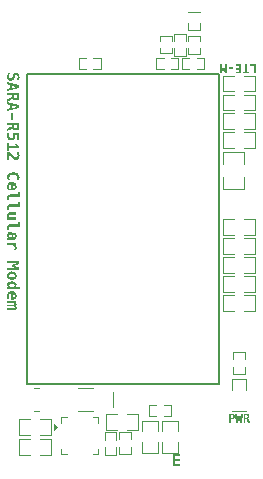
<source format=gbr>
%TF.GenerationSoftware,KiCad,Pcbnew,8.0.8+1*%
%TF.CreationDate,2025-01-22T08:35:02-05:00*%
%TF.ProjectId,cellularBoard,63656c6c-756c-4617-9242-6f6172642e6b,rev?*%
%TF.SameCoordinates,Original*%
%TF.FileFunction,Legend,Top*%
%TF.FilePolarity,Positive*%
%FSLAX46Y46*%
G04 Gerber Fmt 4.6, Leading zero omitted, Abs format (unit mm)*
G04 Created by KiCad (PCBNEW 8.0.8+1) date 2025-01-22 08:35:02*
%MOMM*%
%LPD*%
G01*
G04 APERTURE LIST*
%ADD10C,0.150000*%
%ADD11C,0.200000*%
%ADD12C,0.120000*%
%ADD13C,0.100000*%
%ADD14C,0.152400*%
G04 APERTURE END LIST*
D10*
G36*
X150713625Y-83639537D02*
G01*
X150562499Y-83639537D01*
X150562499Y-83006460D01*
X150239000Y-83006460D01*
X150239000Y-82877500D01*
X150713625Y-82877500D01*
X150713625Y-83639537D01*
G37*
G36*
X149956899Y-83510577D02*
G01*
X150151256Y-83510577D01*
X150151256Y-83639537D01*
X149611418Y-83639537D01*
X149611418Y-83510577D01*
X149805774Y-83510577D01*
X149805774Y-82877500D01*
X149956899Y-82877500D01*
X149956899Y-83510577D01*
G37*
G36*
X149479710Y-83639537D02*
G01*
X149002887Y-83639537D01*
X149002887Y-83510577D01*
X149328401Y-83510577D01*
X149328401Y-83346446D01*
X149033661Y-83346446D01*
X149033661Y-83217486D01*
X149328401Y-83217486D01*
X149328401Y-83006460D01*
X149002887Y-83006460D01*
X149002887Y-82877500D01*
X149479710Y-82877500D01*
X149479710Y-83639537D01*
G37*
G36*
X148820804Y-83264380D02*
G01*
X148415422Y-83264380D01*
X148415422Y-83111973D01*
X148820804Y-83111973D01*
X148820804Y-83264380D01*
G37*
G36*
X148258435Y-83639537D02*
G01*
X148078000Y-83639537D01*
X147986775Y-83303032D01*
X147896100Y-83639537D01*
X147714567Y-83639537D01*
X147714567Y-82877500D01*
X147844809Y-82877500D01*
X147844809Y-83483283D01*
X147925776Y-83154837D01*
X148046310Y-83154837D01*
X148128192Y-83483283D01*
X148128192Y-82877500D01*
X148258435Y-82877500D01*
X148258435Y-83639537D01*
G37*
D11*
G36*
X143693720Y-115898949D02*
G01*
X144329484Y-115898949D01*
X144329484Y-116070896D01*
X143895464Y-116070896D01*
X143895464Y-116289738D01*
X144288451Y-116289738D01*
X144288451Y-116461685D01*
X143895464Y-116461685D01*
X143895464Y-116743053D01*
X144329484Y-116743053D01*
X144329484Y-116915000D01*
X143693720Y-116915000D01*
X143693720Y-115898949D01*
G37*
D10*
G36*
X148683414Y-112450082D02*
G01*
X148727201Y-112453617D01*
X148766712Y-112459871D01*
X148808482Y-112470965D01*
X148844095Y-112485974D01*
X148873551Y-112504899D01*
X148900460Y-112532468D01*
X148920760Y-112566769D01*
X148932900Y-112601528D01*
X148940183Y-112641232D01*
X148942544Y-112678098D01*
X148942611Y-112685883D01*
X148940925Y-112723291D01*
X148934451Y-112763717D01*
X148923121Y-112799274D01*
X148903765Y-112834604D01*
X148877800Y-112863308D01*
X148873551Y-112866867D01*
X148838587Y-112888566D01*
X148801948Y-112902922D01*
X148759152Y-112913364D01*
X148718785Y-112919074D01*
X148674144Y-112922065D01*
X148645307Y-112922554D01*
X148588886Y-112922554D01*
X148588886Y-113211250D01*
X148437761Y-113211250D01*
X148437761Y-112800922D01*
X148588886Y-112800922D01*
X148650985Y-112800922D01*
X148689550Y-112798893D01*
X148726963Y-112790904D01*
X148755582Y-112775276D01*
X148776882Y-112742770D01*
X148784533Y-112704826D01*
X148785258Y-112685883D01*
X148781751Y-112646663D01*
X148768565Y-112611866D01*
X148755582Y-112596673D01*
X148720956Y-112579017D01*
X148681598Y-112572081D01*
X148650985Y-112570845D01*
X148588886Y-112570845D01*
X148588886Y-112800922D01*
X148437761Y-112800922D01*
X148437761Y-112449212D01*
X148645307Y-112449212D01*
X148683414Y-112450082D01*
G37*
G36*
X148984194Y-112449212D02*
G01*
X149116451Y-112449212D01*
X149171406Y-113005170D01*
X149237534Y-112636790D01*
X149363014Y-112636790D01*
X149439951Y-113005170D01*
X149482998Y-112449212D01*
X149616355Y-112449212D01*
X149528244Y-113211250D01*
X149387194Y-113211250D01*
X149300000Y-112804219D01*
X149218483Y-113211250D01*
X149078532Y-113211250D01*
X148984194Y-112449212D01*
G37*
G36*
X149946594Y-112450477D02*
G01*
X149986642Y-112454274D01*
X150029339Y-112462172D01*
X150066189Y-112473715D01*
X150101789Y-112491788D01*
X150114610Y-112501052D01*
X150141344Y-112529061D01*
X150159687Y-112561739D01*
X150162787Y-112569562D01*
X150173106Y-112606239D01*
X150177962Y-112643904D01*
X150178724Y-112667565D01*
X150176631Y-112705054D01*
X150169199Y-112741021D01*
X150154488Y-112774677D01*
X150140256Y-112794877D01*
X150112344Y-112820658D01*
X150094827Y-112831330D01*
X150058935Y-112844762D01*
X150029614Y-112850381D01*
X150062925Y-112865850D01*
X150068998Y-112871447D01*
X150086584Y-112894894D01*
X150104769Y-112927080D01*
X150109481Y-112936293D01*
X150247967Y-113211250D01*
X150081821Y-113211250D01*
X149989497Y-113016527D01*
X149978872Y-112993812D01*
X149961159Y-112961455D01*
X149938942Y-112932088D01*
X149934726Y-112927867D01*
X149902471Y-112908967D01*
X149883435Y-112906434D01*
X149835258Y-112906434D01*
X149835258Y-113211250D01*
X149683949Y-113211250D01*
X149683949Y-112784801D01*
X149835258Y-112784801D01*
X149906516Y-112784801D01*
X149945239Y-112781814D01*
X149980120Y-112770582D01*
X149995725Y-112759522D01*
X150015143Y-112728565D01*
X150021945Y-112690846D01*
X150022287Y-112677640D01*
X150018551Y-112638966D01*
X150003377Y-112603953D01*
X149995725Y-112595574D01*
X149962621Y-112577824D01*
X149925067Y-112571449D01*
X149906516Y-112570845D01*
X149835258Y-112570845D01*
X149835258Y-112784801D01*
X149683949Y-112784801D01*
X149683949Y-112449212D01*
X149902486Y-112449212D01*
X149946594Y-112450477D01*
G37*
G36*
X129669368Y-83897871D02*
G01*
X129670894Y-83847343D01*
X129673276Y-83817759D01*
X129680260Y-83769121D01*
X129686465Y-83739846D01*
X129699230Y-83691436D01*
X129715240Y-83645126D01*
X129736597Y-83596608D01*
X129738733Y-83592323D01*
X129944385Y-83592323D01*
X129914555Y-83637590D01*
X129889362Y-83681891D01*
X129866808Y-83729981D01*
X129859389Y-83748883D01*
X129844706Y-83796138D01*
X129834835Y-83846907D01*
X129831545Y-83896406D01*
X129836319Y-83948120D01*
X129853957Y-83996560D01*
X129865495Y-84013398D01*
X129905856Y-84044173D01*
X129955340Y-84054391D01*
X129959040Y-84054431D01*
X130007469Y-84045775D01*
X130039152Y-84027076D01*
X130069926Y-83992393D01*
X130092641Y-83947697D01*
X130130010Y-83848534D01*
X130148657Y-83802228D01*
X130169225Y-83757518D01*
X130189849Y-83719330D01*
X130218457Y-83677191D01*
X130251399Y-83642149D01*
X130294575Y-83613684D01*
X130341224Y-83597080D01*
X130395254Y-83589015D01*
X130421636Y-83588171D01*
X130471439Y-83591297D01*
X130524159Y-83602844D01*
X130571082Y-83622899D01*
X130612208Y-83651463D01*
X130638035Y-83677076D01*
X130668679Y-83719354D01*
X130691797Y-83767756D01*
X130707388Y-83822283D01*
X130714761Y-83873895D01*
X130716681Y-83920341D01*
X130714979Y-83971380D01*
X130709870Y-84020053D01*
X130702271Y-84062247D01*
X130688784Y-84112736D01*
X130671714Y-84160829D01*
X130654399Y-84201465D01*
X130461203Y-84201465D01*
X130488082Y-84160342D01*
X130514323Y-84110837D01*
X130534003Y-84061160D01*
X130547124Y-84011312D01*
X130553684Y-83961292D01*
X130554504Y-83936217D01*
X130550417Y-83885831D01*
X130533812Y-83837241D01*
X130525439Y-83824598D01*
X130484816Y-83793197D01*
X130442641Y-83785764D01*
X130393604Y-83798070D01*
X130372787Y-83814340D01*
X130344944Y-83855129D01*
X130324247Y-83900810D01*
X130311727Y-83932798D01*
X130279242Y-84019504D01*
X130257975Y-84070501D01*
X130234136Y-84115140D01*
X130203743Y-84158371D01*
X130165536Y-84197080D01*
X130161029Y-84200732D01*
X130116138Y-84228832D01*
X130064446Y-84247736D01*
X130012789Y-84256818D01*
X129970519Y-84258862D01*
X129916910Y-84255642D01*
X129868556Y-84245982D01*
X129818784Y-84226573D01*
X129776165Y-84198398D01*
X129745327Y-84167271D01*
X129715730Y-84123074D01*
X129693402Y-84070626D01*
X129680050Y-84019103D01*
X129672038Y-83961518D01*
X129669442Y-83908900D01*
X129669368Y-83897871D01*
G37*
G36*
X130701050Y-84640125D02*
G01*
X130701050Y-84887055D01*
X129685000Y-85162561D01*
X129685000Y-84960816D01*
X129935104Y-84897801D01*
X129935104Y-84858967D01*
X130097281Y-84858967D01*
X130513715Y-84763224D01*
X130097281Y-84668213D01*
X130097281Y-84858967D01*
X129935104Y-84858967D01*
X129935104Y-84627913D01*
X129685000Y-84566364D01*
X129685000Y-84364619D01*
X130701050Y-84640125D01*
G37*
G36*
X130701050Y-85566538D02*
G01*
X130699362Y-85625350D01*
X130694300Y-85678747D01*
X130683770Y-85735676D01*
X130668379Y-85784809D01*
X130644282Y-85832277D01*
X130631929Y-85849371D01*
X130594584Y-85885017D01*
X130551014Y-85909474D01*
X130540582Y-85913607D01*
X130491680Y-85927365D01*
X130441460Y-85933840D01*
X130409912Y-85934856D01*
X130359927Y-85932066D01*
X130311971Y-85922156D01*
X130267097Y-85902542D01*
X130240163Y-85883565D01*
X130205788Y-85846349D01*
X130191559Y-85822993D01*
X130173649Y-85775137D01*
X130166158Y-85736043D01*
X130145532Y-85780458D01*
X130138070Y-85788555D01*
X130106807Y-85812002D01*
X130063893Y-85836250D01*
X130051608Y-85842533D01*
X129685000Y-86027180D01*
X129685000Y-85805652D01*
X129944630Y-85682554D01*
X129974916Y-85668387D01*
X130018059Y-85644769D01*
X130057215Y-85615147D01*
X130062843Y-85609525D01*
X130084883Y-85571912D01*
X130253597Y-85571912D01*
X130257580Y-85623543D01*
X130272556Y-85670051D01*
X130287302Y-85690858D01*
X130328579Y-85716748D01*
X130378871Y-85725817D01*
X130396479Y-85726273D01*
X130448045Y-85721293D01*
X130494728Y-85701060D01*
X130505900Y-85690858D01*
X130529567Y-85646719D01*
X130538067Y-85596647D01*
X130538872Y-85571912D01*
X130538872Y-85476901D01*
X130253597Y-85476901D01*
X130253597Y-85571912D01*
X130084883Y-85571912D01*
X130088043Y-85566519D01*
X130091420Y-85541137D01*
X130091420Y-85476901D01*
X129685000Y-85476901D01*
X129685000Y-85275157D01*
X130701050Y-85275157D01*
X130701050Y-85566538D01*
G37*
G36*
X130701050Y-86324424D02*
G01*
X130701050Y-86571353D01*
X129685000Y-86846859D01*
X129685000Y-86645115D01*
X129935104Y-86582100D01*
X129935104Y-86543265D01*
X130097281Y-86543265D01*
X130513715Y-86447522D01*
X130097281Y-86352512D01*
X130097281Y-86543265D01*
X129935104Y-86543265D01*
X129935104Y-86312212D01*
X129685000Y-86250662D01*
X129685000Y-86048918D01*
X130701050Y-86324424D01*
G37*
G36*
X130200840Y-87019783D02*
G01*
X130200840Y-87560293D01*
X129997630Y-87560293D01*
X129997630Y-87019783D01*
X130200840Y-87019783D01*
G37*
G36*
X130701050Y-88092986D02*
G01*
X130699362Y-88151798D01*
X130694300Y-88205195D01*
X130683770Y-88262124D01*
X130668379Y-88311257D01*
X130644282Y-88358725D01*
X130631929Y-88375819D01*
X130594584Y-88411465D01*
X130551014Y-88435922D01*
X130540582Y-88440055D01*
X130491680Y-88453813D01*
X130441460Y-88460288D01*
X130409912Y-88461304D01*
X130359927Y-88458514D01*
X130311971Y-88448604D01*
X130267097Y-88428990D01*
X130240163Y-88410013D01*
X130205788Y-88372797D01*
X130191559Y-88349441D01*
X130173649Y-88301585D01*
X130166158Y-88262491D01*
X130145532Y-88306906D01*
X130138070Y-88315003D01*
X130106807Y-88338450D01*
X130063893Y-88362698D01*
X130051608Y-88368981D01*
X129685000Y-88553628D01*
X129685000Y-88332100D01*
X129944630Y-88209002D01*
X129974916Y-88194836D01*
X130018059Y-88171217D01*
X130057215Y-88141595D01*
X130062843Y-88135973D01*
X130084883Y-88098360D01*
X130253597Y-88098360D01*
X130257580Y-88149991D01*
X130272556Y-88196499D01*
X130287302Y-88217306D01*
X130328579Y-88243196D01*
X130378871Y-88252265D01*
X130396479Y-88252721D01*
X130448045Y-88247741D01*
X130494728Y-88227508D01*
X130505900Y-88217306D01*
X130529567Y-88173167D01*
X130538067Y-88123095D01*
X130538872Y-88098360D01*
X130538872Y-88003349D01*
X130253597Y-88003349D01*
X130253597Y-88098360D01*
X130084883Y-88098360D01*
X130088043Y-88092967D01*
X130091420Y-88067585D01*
X130091420Y-88003349D01*
X129685000Y-88003349D01*
X129685000Y-87801605D01*
X130701050Y-87801605D01*
X130701050Y-88092986D01*
G37*
G36*
X129669368Y-88917306D02*
G01*
X129671142Y-88866702D01*
X129672055Y-88854291D01*
X129677367Y-88804099D01*
X129679870Y-88787369D01*
X129688758Y-88737962D01*
X129693060Y-88718492D01*
X129705529Y-88669492D01*
X129710889Y-88650593D01*
X129888210Y-88650593D01*
X129867828Y-88696591D01*
X129863297Y-88708722D01*
X129848947Y-88755916D01*
X129845956Y-88767585D01*
X129836105Y-88818602D01*
X129831897Y-88867398D01*
X129831545Y-88886531D01*
X129834476Y-88937456D01*
X129844780Y-88986572D01*
X129867449Y-89034848D01*
X129878440Y-89049197D01*
X129919530Y-89082983D01*
X129966308Y-89100254D01*
X130011064Y-89104640D01*
X130062703Y-89099393D01*
X130110084Y-89081499D01*
X130147595Y-89050907D01*
X130174572Y-89008857D01*
X130189380Y-88961764D01*
X130194793Y-88912161D01*
X130194979Y-88900209D01*
X130191770Y-88850853D01*
X130191559Y-88849162D01*
X130181951Y-88800065D01*
X130180568Y-88794940D01*
X130164488Y-88746846D01*
X130160785Y-88737787D01*
X130139893Y-88692392D01*
X130135872Y-88684787D01*
X130701050Y-88684787D01*
X130701050Y-89239218D01*
X130529103Y-89239218D01*
X130529103Y-88848185D01*
X130339570Y-88848185D01*
X130347142Y-88869923D01*
X130354958Y-88900942D01*
X130357156Y-88930251D01*
X130357156Y-88961758D01*
X130353755Y-89014743D01*
X130343555Y-89065256D01*
X130332976Y-89097557D01*
X130311750Y-89142826D01*
X130281778Y-89186131D01*
X130262634Y-89206978D01*
X130223254Y-89239830D01*
X130177748Y-89266152D01*
X130154678Y-89276099D01*
X130105139Y-89291131D01*
X130056047Y-89298816D01*
X130013262Y-89300767D01*
X129955740Y-89297221D01*
X129902975Y-89286582D01*
X129854967Y-89268850D01*
X129811716Y-89244026D01*
X129773222Y-89212110D01*
X129761448Y-89199895D01*
X129730155Y-89159226D01*
X129705337Y-89112872D01*
X129686993Y-89060834D01*
X129675123Y-89003111D01*
X129670177Y-88950667D01*
X129669368Y-88917306D01*
G37*
G36*
X129856946Y-89523517D02*
G01*
X129856946Y-89749197D01*
X130490024Y-89749197D01*
X130324427Y-89596057D01*
X130423834Y-89500314D01*
X130701050Y-89750418D01*
X130701050Y-89945324D01*
X129856946Y-89945324D01*
X129856946Y-90171004D01*
X129685000Y-90171004D01*
X129685000Y-89523517D01*
X129856946Y-89523517D01*
G37*
G36*
X129830812Y-90315840D02*
G01*
X129872578Y-90332937D01*
X129969787Y-90425261D01*
X130008179Y-90461455D01*
X130046224Y-90497319D01*
X130082107Y-90531141D01*
X130097526Y-90545673D01*
X130134698Y-90580802D01*
X130171775Y-90615526D01*
X130209052Y-90649742D01*
X130222334Y-90661688D01*
X130259874Y-90693267D01*
X130275334Y-90705408D01*
X130317970Y-90732469D01*
X130324183Y-90735450D01*
X130369979Y-90752486D01*
X130415530Y-90758164D01*
X130466881Y-90750170D01*
X130510176Y-90723863D01*
X130517379Y-90716399D01*
X130542757Y-90673449D01*
X130553598Y-90622098D01*
X130554504Y-90599406D01*
X130550156Y-90548376D01*
X130538333Y-90498395D01*
X130531789Y-90478506D01*
X130513361Y-90431689D01*
X130503457Y-90409874D01*
X130480311Y-90365147D01*
X130464134Y-90337578D01*
X130659773Y-90337578D01*
X130676527Y-90384841D01*
X130685907Y-90415491D01*
X130698832Y-90464442D01*
X130702515Y-90481193D01*
X130711148Y-90533400D01*
X130715796Y-90584508D01*
X130716681Y-90617969D01*
X130714546Y-90668000D01*
X130707344Y-90719881D01*
X130698607Y-90756943D01*
X130682132Y-90803219D01*
X130657695Y-90848236D01*
X130641699Y-90870272D01*
X130604833Y-90906965D01*
X130561099Y-90935072D01*
X130554748Y-90938171D01*
X130506296Y-90954867D01*
X130454523Y-90961999D01*
X130432871Y-90962595D01*
X130380865Y-90958087D01*
X130333100Y-90945746D01*
X130322962Y-90942079D01*
X130278036Y-90920452D01*
X130234485Y-90893673D01*
X130206214Y-90872958D01*
X130167290Y-90839075D01*
X130128789Y-90803105D01*
X130091553Y-90767231D01*
X130054905Y-90731225D01*
X130017658Y-90694192D01*
X129997386Y-90673900D01*
X129960900Y-90636884D01*
X129926446Y-90598939D01*
X129923381Y-90595254D01*
X129892534Y-90555912D01*
X129887477Y-90548848D01*
X129856946Y-90513433D01*
X129856946Y-90963817D01*
X129685000Y-90963817D01*
X129685000Y-90315840D01*
X129830812Y-90315840D01*
G37*
G36*
X129669368Y-92440265D02*
G01*
X129671471Y-92390645D01*
X129680013Y-92332807D01*
X129695127Y-92279620D01*
X129716812Y-92231084D01*
X129745068Y-92187199D01*
X129779895Y-92147965D01*
X129803946Y-92126657D01*
X129849116Y-92095345D01*
X129900059Y-92069341D01*
X129956774Y-92048643D01*
X130006302Y-92035907D01*
X130059524Y-92026566D01*
X130116440Y-92020622D01*
X130177051Y-92018075D01*
X130192780Y-92017969D01*
X130254589Y-92019667D01*
X130312643Y-92024762D01*
X130366941Y-92033253D01*
X130417484Y-92045141D01*
X130464272Y-92060425D01*
X130517475Y-92084307D01*
X130564812Y-92113495D01*
X130582103Y-92126657D01*
X130620873Y-92163100D01*
X130653072Y-92204194D01*
X130678700Y-92249940D01*
X130697756Y-92300336D01*
X130710242Y-92355384D01*
X130716156Y-92415083D01*
X130716681Y-92440265D01*
X130714204Y-92491195D01*
X130706770Y-92539694D01*
X130703736Y-92553105D01*
X130688581Y-92601573D01*
X130667844Y-92647143D01*
X130664658Y-92653000D01*
X130431161Y-92653000D01*
X130465342Y-92615343D01*
X130478545Y-92597801D01*
X130503916Y-92555981D01*
X130505900Y-92551884D01*
X130522418Y-92505519D01*
X130523485Y-92500837D01*
X130529097Y-92452110D01*
X130529103Y-92450523D01*
X130523821Y-92399110D01*
X130505252Y-92349153D01*
X130473314Y-92307542D01*
X130444595Y-92284438D01*
X130396525Y-92259647D01*
X130346324Y-92243766D01*
X130297248Y-92234469D01*
X130242591Y-92229157D01*
X130192780Y-92227773D01*
X130142800Y-92229157D01*
X130088097Y-92234469D01*
X130039148Y-92243766D01*
X129989311Y-92259647D01*
X129941943Y-92284438D01*
X129900856Y-92320485D01*
X129873215Y-92364878D01*
X129859022Y-92417617D01*
X129856946Y-92450523D01*
X129861669Y-92499177D01*
X129875837Y-92546221D01*
X129878440Y-92552372D01*
X129901967Y-92596822D01*
X129903841Y-92599755D01*
X129933847Y-92640351D01*
X129944385Y-92653000D01*
X129719682Y-92653000D01*
X129698888Y-92607047D01*
X129683675Y-92558948D01*
X129682069Y-92552372D01*
X129672952Y-92501951D01*
X129669480Y-92451501D01*
X129669368Y-92440265D01*
G37*
G36*
X130115443Y-92821840D02*
G01*
X130164098Y-92827906D01*
X130216068Y-92839790D01*
X130264161Y-92856955D01*
X130275579Y-92862072D01*
X130318352Y-92885932D01*
X130360413Y-92919014D01*
X130396061Y-92958704D01*
X130416263Y-92988834D01*
X130438275Y-93033744D01*
X130453998Y-93083967D01*
X130462597Y-93132269D01*
X130466380Y-93184639D01*
X130466577Y-93200348D01*
X130463524Y-93250968D01*
X130452790Y-93303681D01*
X130434329Y-93351913D01*
X130417728Y-93381577D01*
X130387237Y-93421973D01*
X130350718Y-93456882D01*
X130308171Y-93486304D01*
X130281929Y-93500279D01*
X130236668Y-93518658D01*
X130187834Y-93531786D01*
X130135429Y-93539663D01*
X130086644Y-93542247D01*
X130079452Y-93542288D01*
X129997630Y-93542288D01*
X129997630Y-93340544D01*
X130153946Y-93340544D01*
X130204550Y-93335048D01*
X130250738Y-93314746D01*
X130266297Y-93301465D01*
X130293646Y-93257652D01*
X130303804Y-93207699D01*
X130304399Y-93190090D01*
X130298904Y-93139269D01*
X130278601Y-93091350D01*
X130265321Y-93074563D01*
X130224769Y-93044730D01*
X130175727Y-93028665D01*
X130153946Y-93025471D01*
X130153946Y-93340544D01*
X129997630Y-93340544D01*
X129997630Y-93023517D01*
X129941187Y-93030867D01*
X129896422Y-93052917D01*
X129863335Y-93089668D01*
X129841926Y-93141120D01*
X129833005Y-93195225D01*
X129831545Y-93232588D01*
X129834224Y-93284240D01*
X129842261Y-93336063D01*
X129855657Y-93388059D01*
X129874410Y-93440225D01*
X129898521Y-93492564D01*
X129907749Y-93510048D01*
X129727498Y-93510048D01*
X129707743Y-93457466D01*
X129692075Y-93404318D01*
X129680494Y-93350603D01*
X129673001Y-93296321D01*
X129669595Y-93241472D01*
X129669368Y-93223063D01*
X129671843Y-93163629D01*
X129679266Y-93108822D01*
X129691640Y-93058643D01*
X129713020Y-93004535D01*
X129741528Y-92957091D01*
X129770729Y-92922644D01*
X129811916Y-92887699D01*
X129859458Y-92859985D01*
X129913353Y-92839500D01*
X129963120Y-92827952D01*
X130017300Y-92821425D01*
X130063820Y-92819818D01*
X130115443Y-92821840D01*
G37*
G36*
X129685000Y-94144347D02*
G01*
X129687584Y-94093840D01*
X129697133Y-94041992D01*
X129716661Y-93992067D01*
X129745378Y-93952095D01*
X129758517Y-93939672D01*
X129801213Y-93912316D01*
X129848115Y-93894792D01*
X129903922Y-93883251D01*
X129958845Y-93878122D01*
X129999096Y-93877145D01*
X130585767Y-93877145D01*
X130585767Y-93674180D01*
X130747944Y-93674180D01*
X130747944Y-94077424D01*
X130010087Y-94077424D01*
X129960174Y-94080191D01*
X129909908Y-94092061D01*
X129884790Y-94105757D01*
X129855441Y-94146613D01*
X129847213Y-94196408D01*
X129847177Y-94200523D01*
X129847177Y-94360502D01*
X129685000Y-94360502D01*
X129685000Y-94144347D01*
G37*
G36*
X129685000Y-94986496D02*
G01*
X129687584Y-94935990D01*
X129697133Y-94884141D01*
X129716661Y-94834216D01*
X129745378Y-94794244D01*
X129758517Y-94781821D01*
X129801213Y-94754466D01*
X129848115Y-94736941D01*
X129903922Y-94725401D01*
X129958845Y-94720272D01*
X129999096Y-94719295D01*
X130585767Y-94719295D01*
X130585767Y-94516329D01*
X130747944Y-94516329D01*
X130747944Y-94919574D01*
X130010087Y-94919574D01*
X129960174Y-94922341D01*
X129909908Y-94934210D01*
X129884790Y-94947906D01*
X129855441Y-94988762D01*
X129847213Y-95038557D01*
X129847177Y-95042672D01*
X129847177Y-95202651D01*
X129685000Y-95202651D01*
X129685000Y-94986496D01*
G37*
G36*
X129669368Y-95618108D02*
G01*
X129673932Y-95568008D01*
X129689979Y-95519163D01*
X129717578Y-95478277D01*
X129742397Y-95455443D01*
X129788848Y-95428405D01*
X129838929Y-95411801D01*
X129889538Y-95403007D01*
X129946480Y-95399566D01*
X129955132Y-95399511D01*
X130450945Y-95399511D01*
X130450945Y-95599790D01*
X129984930Y-95599790D01*
X129932803Y-95603105D01*
X129880077Y-95617835D01*
X129841132Y-95652821D01*
X129831545Y-95694068D01*
X129842010Y-95742243D01*
X129876242Y-95781207D01*
X129879173Y-95783217D01*
X129924316Y-95803933D01*
X129977078Y-95813681D01*
X130012773Y-95815212D01*
X130450945Y-95815212D01*
X130450945Y-96015491D01*
X129685000Y-96015491D01*
X129685000Y-95834996D01*
X129800038Y-95815212D01*
X129755631Y-95794292D01*
X129715434Y-95760531D01*
X129687743Y-95716695D01*
X129672558Y-95662784D01*
X129669368Y-95618108D01*
G37*
G36*
X129685000Y-96670795D02*
G01*
X129687584Y-96620288D01*
X129697133Y-96568440D01*
X129716661Y-96518515D01*
X129745378Y-96478543D01*
X129758517Y-96466120D01*
X129801213Y-96438764D01*
X129848115Y-96421240D01*
X129903922Y-96409699D01*
X129958845Y-96404570D01*
X129999096Y-96403593D01*
X130585767Y-96403593D01*
X130585767Y-96200628D01*
X130747944Y-96200628D01*
X130747944Y-96603872D01*
X130010087Y-96603872D01*
X129960174Y-96606639D01*
X129909908Y-96618509D01*
X129884790Y-96632205D01*
X129855441Y-96673061D01*
X129847213Y-96722856D01*
X129847177Y-96726971D01*
X129847177Y-96886950D01*
X129685000Y-96886950D01*
X129685000Y-96670795D01*
G37*
G36*
X129980491Y-97042792D02*
G01*
X130028433Y-97054372D01*
X130058935Y-97068422D01*
X130098445Y-97097875D01*
X130131232Y-97138354D01*
X130136605Y-97147557D01*
X130157602Y-97194106D01*
X130171071Y-97241852D01*
X130174706Y-97261374D01*
X130181106Y-97310009D01*
X130184552Y-97360293D01*
X130185209Y-97394731D01*
X130185209Y-97533461D01*
X130216960Y-97533461D01*
X130265183Y-97521371D01*
X130276311Y-97511967D01*
X130300075Y-97469140D01*
X130303178Y-97457013D01*
X130309701Y-97407398D01*
X130310261Y-97387159D01*
X130308010Y-97338120D01*
X130300419Y-97286136D01*
X130291210Y-97248185D01*
X130274724Y-97198245D01*
X130255749Y-97152587D01*
X130237477Y-97115317D01*
X130409424Y-97115317D01*
X130428254Y-97164037D01*
X130443102Y-97212467D01*
X130453143Y-97256245D01*
X130460791Y-97304639D01*
X130465265Y-97353438D01*
X130466577Y-97398150D01*
X130464859Y-97450657D01*
X130458688Y-97504482D01*
X130446381Y-97557152D01*
X130430673Y-97596964D01*
X130404617Y-97638633D01*
X130367250Y-97674937D01*
X130320764Y-97701256D01*
X130270431Y-97717742D01*
X130218158Y-97727359D01*
X130166146Y-97731755D01*
X130130987Y-97732519D01*
X130080296Y-97731922D01*
X130062843Y-97731542D01*
X130013537Y-97730726D01*
X129979801Y-97730565D01*
X129928930Y-97730186D01*
X129910191Y-97729832D01*
X129861011Y-97729111D01*
X129855237Y-97729099D01*
X129805674Y-97730933D01*
X129803702Y-97731053D01*
X129753726Y-97737618D01*
X129739466Y-97740579D01*
X129693538Y-97758365D01*
X129685000Y-97764026D01*
X129685000Y-97565701D01*
X129727742Y-97546894D01*
X129774148Y-97537613D01*
X129737798Y-97504537D01*
X129707333Y-97462271D01*
X129694769Y-97436741D01*
X129679290Y-97389983D01*
X129676078Y-97370795D01*
X129810052Y-97370795D01*
X129816457Y-97420603D01*
X129839461Y-97464476D01*
X129843513Y-97468981D01*
X129884219Y-97500560D01*
X129928265Y-97518806D01*
X129976283Y-97529325D01*
X130027856Y-97533446D01*
X130031092Y-97533461D01*
X130044525Y-97533461D01*
X130044525Y-97453593D01*
X130042733Y-97403784D01*
X130038175Y-97360293D01*
X130024090Y-97310900D01*
X130006912Y-97283356D01*
X129963081Y-97256909D01*
X129924602Y-97252581D01*
X129876058Y-97260336D01*
X129839849Y-97283600D01*
X129815755Y-97326577D01*
X129810052Y-97370795D01*
X129676078Y-97370795D01*
X129670956Y-97340204D01*
X129669368Y-97305338D01*
X129672570Y-97255473D01*
X129684073Y-97203808D01*
X129703940Y-97157821D01*
X129732173Y-97117514D01*
X129736290Y-97112875D01*
X129773538Y-97080711D01*
X129818112Y-97057737D01*
X129870013Y-97043952D01*
X129921438Y-97039429D01*
X129929242Y-97039357D01*
X129980491Y-97042792D01*
G37*
G36*
X130450945Y-97981402D02*
G01*
X130450945Y-98161653D01*
X130335418Y-98181681D01*
X130378065Y-98208025D01*
X130412950Y-98243093D01*
X130431894Y-98271318D01*
X130453029Y-98319667D01*
X130463833Y-98369116D01*
X130466577Y-98413224D01*
X130463047Y-98464672D01*
X130452456Y-98513687D01*
X130434806Y-98560270D01*
X130430429Y-98569295D01*
X130237721Y-98569295D01*
X130269953Y-98528699D01*
X130291637Y-98481651D01*
X130302771Y-98428149D01*
X130304399Y-98395638D01*
X130300488Y-98344514D01*
X130287149Y-98295716D01*
X130264344Y-98254710D01*
X130229505Y-98219997D01*
X130184705Y-98196824D01*
X130149305Y-98187787D01*
X130106318Y-98183391D01*
X130057368Y-98181763D01*
X130040617Y-98181681D01*
X129685000Y-98181681D01*
X129685000Y-97981402D01*
X130450945Y-97981402D01*
G37*
G36*
X130701050Y-99559699D02*
G01*
X130701050Y-99800279D01*
X130252376Y-99921912D01*
X130701050Y-100042812D01*
X130701050Y-100284856D01*
X129685000Y-100284856D01*
X129685000Y-100111200D01*
X130492711Y-100111200D01*
X130054783Y-100003244D01*
X130054783Y-99842533D01*
X130492711Y-99733356D01*
X129685000Y-99733356D01*
X129685000Y-99559699D01*
X130701050Y-99559699D01*
G37*
G36*
X130119387Y-100411989D02*
G01*
X130168332Y-100418230D01*
X130220348Y-100430458D01*
X130268182Y-100448119D01*
X130279487Y-100453384D01*
X130326563Y-100480737D01*
X130367225Y-100513886D01*
X130401473Y-100552830D01*
X130417728Y-100576971D01*
X130441341Y-100624528D01*
X130457227Y-100676799D01*
X130464859Y-100727220D01*
X130466577Y-100767480D01*
X130463585Y-100819962D01*
X130454609Y-100868719D01*
X130437358Y-100919118D01*
X130418705Y-100955059D01*
X130388669Y-100996655D01*
X130352141Y-101032416D01*
X130309122Y-101062343D01*
X130282418Y-101076448D01*
X130236072Y-101095040D01*
X130185453Y-101108321D01*
X130130560Y-101116290D01*
X130079021Y-101118904D01*
X130071392Y-101118946D01*
X130018733Y-101116865D01*
X129969324Y-101110624D01*
X129916835Y-101098397D01*
X129868589Y-101080735D01*
X129857191Y-101075471D01*
X129809760Y-101048176D01*
X129768860Y-101015201D01*
X129734489Y-100976546D01*
X129718217Y-100952616D01*
X129694603Y-100905707D01*
X129678718Y-100854007D01*
X129671085Y-100804029D01*
X129669399Y-100764794D01*
X129831545Y-100764794D01*
X129840510Y-100813909D01*
X129870454Y-100857661D01*
X129895293Y-100877145D01*
X129939652Y-100899041D01*
X129987040Y-100911814D01*
X130041499Y-100918018D01*
X130067972Y-100918667D01*
X130119813Y-100916072D01*
X130171273Y-100906948D01*
X130219930Y-100889107D01*
X130240896Y-100877145D01*
X130279593Y-100841997D01*
X130301361Y-100794463D01*
X130304399Y-100764794D01*
X130295401Y-100715609D01*
X130268404Y-100674668D01*
X130240408Y-100651953D01*
X130196177Y-100629929D01*
X130148864Y-100617081D01*
X130094442Y-100610841D01*
X130067972Y-100610188D01*
X130016620Y-100612798D01*
X129965418Y-100621975D01*
X129916684Y-100639921D01*
X129895537Y-100651953D01*
X129856542Y-100687399D01*
X129834607Y-100735101D01*
X129831545Y-100764794D01*
X129669399Y-100764794D01*
X129669368Y-100764061D01*
X129672421Y-100711533D01*
X129681580Y-100662639D01*
X129699183Y-100611976D01*
X129718217Y-100575750D01*
X129748882Y-100533840D01*
X129785922Y-100497688D01*
X129829339Y-100467294D01*
X129856214Y-100452896D01*
X129902834Y-100434089D01*
X129953545Y-100420655D01*
X130008346Y-100412595D01*
X130059654Y-100409951D01*
X130067240Y-100409909D01*
X130119387Y-100411989D01*
G37*
G36*
X130123931Y-101248486D02*
G01*
X130176615Y-101253888D01*
X130225291Y-101262892D01*
X130278414Y-101278451D01*
X130325767Y-101299197D01*
X130360819Y-101320446D01*
X130402028Y-101355370D01*
X130433114Y-101395599D01*
X130454080Y-101441135D01*
X130464924Y-101491977D01*
X130466577Y-101523412D01*
X130460651Y-101577095D01*
X130442875Y-101625520D01*
X130413247Y-101668685D01*
X130371768Y-101706590D01*
X130342745Y-101725889D01*
X130747944Y-101725889D01*
X130747944Y-101925436D01*
X129685000Y-101925436D01*
X129685000Y-101745673D01*
X129800038Y-101725889D01*
X129755631Y-101699379D01*
X129715434Y-101661636D01*
X129687743Y-101616552D01*
X129678805Y-101585694D01*
X129831545Y-101585694D01*
X129843887Y-101636444D01*
X129877450Y-101674946D01*
X129896025Y-101687543D01*
X129940628Y-101707765D01*
X129993532Y-101720497D01*
X130048242Y-101725552D01*
X130067972Y-101725889D01*
X130118912Y-101723477D01*
X130169833Y-101714998D01*
X130218481Y-101698416D01*
X130239675Y-101687299D01*
X130279116Y-101654647D01*
X130301302Y-101610901D01*
X130304399Y-101583740D01*
X130292478Y-101533150D01*
X130260060Y-101495467D01*
X130242117Y-101483356D01*
X130194041Y-101462637D01*
X130140918Y-101451264D01*
X130091962Y-101447284D01*
X130072124Y-101446964D01*
X130019856Y-101449330D01*
X129967770Y-101457648D01*
X129918234Y-101473915D01*
X129896758Y-101484822D01*
X129857019Y-101516867D01*
X129833838Y-101563022D01*
X129831545Y-101585694D01*
X129678805Y-101585694D01*
X129672558Y-101564129D01*
X129669368Y-101522191D01*
X129674440Y-101468340D01*
X129689657Y-101419842D01*
X129715019Y-101376698D01*
X129750525Y-101338906D01*
X129775369Y-101319713D01*
X129818002Y-101294895D01*
X129866216Y-101275212D01*
X129920012Y-101260663D01*
X129969105Y-101252461D01*
X130022074Y-101247826D01*
X130067240Y-101246685D01*
X130123931Y-101248486D01*
G37*
G36*
X130115443Y-102085483D02*
G01*
X130164098Y-102091548D01*
X130216068Y-102103432D01*
X130264161Y-102120598D01*
X130275579Y-102125715D01*
X130318352Y-102149574D01*
X130360413Y-102182657D01*
X130396061Y-102222346D01*
X130416263Y-102252477D01*
X130438275Y-102297387D01*
X130453998Y-102347609D01*
X130462597Y-102395912D01*
X130466380Y-102448281D01*
X130466577Y-102463991D01*
X130463524Y-102514610D01*
X130452790Y-102567324D01*
X130434329Y-102615555D01*
X130417728Y-102645219D01*
X130387237Y-102685615D01*
X130350718Y-102720524D01*
X130308171Y-102749947D01*
X130281929Y-102763921D01*
X130236668Y-102782301D01*
X130187834Y-102795429D01*
X130135429Y-102803306D01*
X130086644Y-102805890D01*
X130079452Y-102805931D01*
X129997630Y-102805931D01*
X129997630Y-102604187D01*
X130153946Y-102604187D01*
X130204550Y-102598691D01*
X130250738Y-102578388D01*
X130266297Y-102565108D01*
X130293646Y-102521294D01*
X130303804Y-102471341D01*
X130304399Y-102453733D01*
X130298904Y-102402911D01*
X130278601Y-102354993D01*
X130265321Y-102338206D01*
X130224769Y-102308373D01*
X130175727Y-102292308D01*
X130153946Y-102289113D01*
X130153946Y-102604187D01*
X129997630Y-102604187D01*
X129997630Y-102287159D01*
X129941187Y-102294509D01*
X129896422Y-102316560D01*
X129863335Y-102353311D01*
X129841926Y-102404762D01*
X129833005Y-102458868D01*
X129831545Y-102496231D01*
X129834224Y-102547883D01*
X129842261Y-102599706D01*
X129855657Y-102651701D01*
X129874410Y-102703868D01*
X129898521Y-102756207D01*
X129907749Y-102773691D01*
X129727498Y-102773691D01*
X129707743Y-102721109D01*
X129692075Y-102667961D01*
X129680494Y-102614245D01*
X129673001Y-102559963D01*
X129669595Y-102505115D01*
X129669368Y-102486706D01*
X129671843Y-102427272D01*
X129679266Y-102372465D01*
X129691640Y-102322285D01*
X129713020Y-102268178D01*
X129741528Y-102220734D01*
X129770729Y-102186287D01*
X129811916Y-102151342D01*
X129859458Y-102123627D01*
X129913353Y-102103142D01*
X129963120Y-102091594D01*
X130017300Y-102085067D01*
X130063820Y-102083461D01*
X130115443Y-102085483D01*
G37*
G36*
X130450945Y-102925610D02*
G01*
X130450945Y-103051151D01*
X130365460Y-103071179D01*
X130410014Y-103095240D01*
X130439710Y-103125401D01*
X130461434Y-103169476D01*
X130466577Y-103207711D01*
X130458581Y-103256458D01*
X130438244Y-103294661D01*
X130402318Y-103328218D01*
X130368391Y-103341067D01*
X130411347Y-103366881D01*
X130445003Y-103404497D01*
X130463125Y-103451193D01*
X130466577Y-103487369D01*
X130461244Y-103536980D01*
X130440244Y-103584970D01*
X130403313Y-103619050D01*
X130399166Y-103621458D01*
X130349127Y-103639640D01*
X130294019Y-103649668D01*
X130235510Y-103655398D01*
X130178802Y-103658153D01*
X130128232Y-103659035D01*
X130114867Y-103659071D01*
X129685000Y-103659071D01*
X129685000Y-103494940D01*
X130169333Y-103494940D01*
X130219687Y-103493411D01*
X130268259Y-103486395D01*
X130281196Y-103481995D01*
X130310006Y-103440479D01*
X130310261Y-103434124D01*
X130286992Y-103390325D01*
X130281929Y-103387718D01*
X130231036Y-103376065D01*
X130179333Y-103373364D01*
X130169333Y-103373307D01*
X129685000Y-103373307D01*
X129685000Y-103211130D01*
X130169333Y-103211130D01*
X130218475Y-103209514D01*
X130267440Y-103202101D01*
X130281196Y-103197452D01*
X130310006Y-103156538D01*
X130310261Y-103150314D01*
X130288196Y-103105706D01*
X130283394Y-103103175D01*
X130233961Y-103092115D01*
X130185110Y-103089617D01*
X130169333Y-103089497D01*
X129685000Y-103089497D01*
X129685000Y-102925610D01*
X130450945Y-102925610D01*
G37*
D12*
%TO.C,L3*%
X145000000Y-80912500D02*
X145000000Y-80462500D01*
X145000000Y-81962500D02*
X145000000Y-81512500D01*
X146000000Y-80462500D02*
X145000000Y-80462500D01*
X146000000Y-80912500D02*
X146000000Y-80462500D01*
X146000000Y-81962500D02*
X145000000Y-81962500D01*
X146000000Y-81962500D02*
X146000000Y-81512500D01*
%TO.C,L1*%
X131950000Y-110275000D02*
X132350000Y-110275000D01*
X131950000Y-112200000D02*
X132350000Y-112200000D01*
%TO.C,D2*%
X148690000Y-110440000D02*
X148690000Y-109540000D01*
X149910000Y-109540000D02*
X148690000Y-109540000D01*
X149910000Y-110440000D02*
X149910000Y-109540000D01*
X149910000Y-112260000D02*
X148690000Y-112260000D01*
%TO.C,C7*%
X147935000Y-83835000D02*
X148845000Y-83835000D01*
X147935000Y-85165000D02*
X147935000Y-83835000D01*
X148845000Y-85165000D02*
X147935000Y-85165000D01*
X149755000Y-85165000D02*
X150665000Y-85165000D01*
X150665000Y-83835000D02*
X149755000Y-83835000D01*
X150665000Y-85165000D02*
X150665000Y-83835000D01*
%TO.C,C6*%
X147935000Y-85435000D02*
X148845000Y-85435000D01*
X147935000Y-86765000D02*
X147935000Y-85435000D01*
X148845000Y-86765000D02*
X147935000Y-86765000D01*
X149755000Y-86765000D02*
X150665000Y-86765000D01*
X150665000Y-85435000D02*
X149755000Y-85435000D01*
X150665000Y-86765000D02*
X150665000Y-85435000D01*
%TO.C,C14*%
X147935000Y-100785000D02*
X148845000Y-100785000D01*
X147935000Y-102115000D02*
X147935000Y-100785000D01*
X148845000Y-102115000D02*
X147935000Y-102115000D01*
X149755000Y-102115000D02*
X150665000Y-102115000D01*
X150665000Y-100785000D02*
X149755000Y-100785000D01*
X150665000Y-102115000D02*
X150665000Y-100785000D01*
%TO.C,L2*%
X142600000Y-80900000D02*
X142600000Y-80450000D01*
X142600000Y-81950000D02*
X142600000Y-81500000D01*
X143600000Y-80450000D02*
X142600000Y-80450000D01*
X143600000Y-80900000D02*
X143600000Y-80450000D01*
X143600000Y-81950000D02*
X142600000Y-81950000D01*
X143600000Y-81950000D02*
X143600000Y-81500000D01*
%TO.C,C11*%
X142810000Y-113035000D02*
X142810000Y-113945000D01*
X142810000Y-115765000D02*
X142810000Y-114855000D01*
X144140000Y-113035000D02*
X142810000Y-113035000D01*
X144140000Y-113945000D02*
X144140000Y-113035000D01*
X144140000Y-114855000D02*
X144140000Y-115765000D01*
X144140000Y-115765000D02*
X142810000Y-115765000D01*
%TO.C,C9*%
X138035000Y-112485000D02*
X138945000Y-112485000D01*
X138035000Y-113815000D02*
X138035000Y-112485000D01*
X138945000Y-113815000D02*
X138035000Y-113815000D01*
X139855000Y-113815000D02*
X140765000Y-113815000D01*
X140765000Y-112485000D02*
X139855000Y-112485000D01*
X140765000Y-113815000D02*
X140765000Y-112485000D01*
%TO.C,R8*%
X135720000Y-82330000D02*
X136350000Y-82330000D01*
X135720000Y-83270000D02*
X135720000Y-82330000D01*
X136350000Y-83270000D02*
X135720000Y-83270000D01*
X136980000Y-83270000D02*
X137610000Y-83270000D01*
X137610000Y-82330000D02*
X136980000Y-82330000D01*
X137610000Y-83270000D02*
X137610000Y-82330000D01*
%TO.C,C19*%
X143830000Y-80270000D02*
X144770000Y-80270000D01*
X143830000Y-80890000D02*
X143830000Y-80270000D01*
X143830000Y-81510000D02*
X143830000Y-82130000D01*
X143830000Y-82130000D02*
X144770000Y-82130000D01*
X144770000Y-80270000D02*
X144770000Y-80890000D01*
X144770000Y-82130000D02*
X144770000Y-81510000D01*
%TO.C,C1*%
X130660000Y-114585000D02*
X131570000Y-114585000D01*
X130660000Y-115915000D02*
X130660000Y-114585000D01*
X131570000Y-115915000D02*
X130660000Y-115915000D01*
X132480000Y-115915000D02*
X133390000Y-115915000D01*
X133390000Y-114585000D02*
X132480000Y-114585000D01*
X133390000Y-115915000D02*
X133390000Y-114585000D01*
%TO.C,C10*%
X141110000Y-113035000D02*
X141110000Y-113945000D01*
X141110000Y-115765000D02*
X141110000Y-114855000D01*
X142440000Y-113035000D02*
X141110000Y-113035000D01*
X142440000Y-113945000D02*
X142440000Y-113035000D01*
X142440000Y-114855000D02*
X142440000Y-115765000D01*
X142440000Y-115765000D02*
X141110000Y-115765000D01*
%TO.C,C12*%
X142307000Y-82330000D02*
X142927000Y-82330000D01*
X142307000Y-83270000D02*
X142307000Y-82330000D01*
X142927000Y-83270000D02*
X142307000Y-83270000D01*
X143547000Y-83270000D02*
X144167000Y-83270000D01*
X144167000Y-82330000D02*
X143547000Y-82330000D01*
X144167000Y-83270000D02*
X144167000Y-82330000D01*
%TO.C,C4*%
X147935000Y-88635000D02*
X148845000Y-88635000D01*
X147935000Y-89965000D02*
X147935000Y-88635000D01*
X148845000Y-89965000D02*
X147935000Y-89965000D01*
X149755000Y-89965000D02*
X150665000Y-89965000D01*
X150665000Y-88635000D02*
X149755000Y-88635000D01*
X150665000Y-89965000D02*
X150665000Y-88635000D01*
%TO.C,C5*%
X147935000Y-87035000D02*
X148845000Y-87035000D01*
X147935000Y-88365000D02*
X147935000Y-87035000D01*
X148845000Y-88365000D02*
X147935000Y-88365000D01*
X149755000Y-88365000D02*
X150665000Y-88365000D01*
X150665000Y-87035000D02*
X149755000Y-87035000D01*
X150665000Y-88365000D02*
X150665000Y-87035000D01*
%TO.C,R5*%
X139180000Y-114005000D02*
X139180000Y-114635000D01*
X139180000Y-115895000D02*
X139180000Y-115265000D01*
X140120000Y-114005000D02*
X139180000Y-114005000D01*
X140120000Y-114635000D02*
X140120000Y-114005000D01*
X140120000Y-115265000D02*
X140120000Y-115895000D01*
X140120000Y-115895000D02*
X139180000Y-115895000D01*
%TO.C,C17*%
X147935000Y-95985000D02*
X148845000Y-95985000D01*
X147935000Y-97315000D02*
X147935000Y-95985000D01*
X148845000Y-97315000D02*
X147935000Y-97315000D01*
X149755000Y-97315000D02*
X150665000Y-97315000D01*
X150665000Y-95985000D02*
X149755000Y-95985000D01*
X150665000Y-97315000D02*
X150665000Y-95985000D01*
%TO.C,C3*%
X147937000Y-90262000D02*
X149763000Y-90262000D01*
X147937000Y-91321000D02*
X147937000Y-90262000D01*
X147937000Y-92379000D02*
X147937000Y-93438000D01*
X147937000Y-93438000D02*
X149763000Y-93438000D01*
X149763000Y-90262000D02*
X149763000Y-91321000D01*
X149763000Y-93438000D02*
X149763000Y-92379000D01*
%TO.C,U1*%
X134200000Y-112700000D02*
X134200000Y-113200000D01*
X134200000Y-112700000D02*
X134700000Y-112700000D01*
X134200000Y-115400000D02*
X134200000Y-115900000D01*
X134700000Y-115900000D02*
X134200000Y-115900000D01*
X137400000Y-112700000D02*
X136900000Y-112700000D01*
X137400000Y-112700000D02*
X137400000Y-113200000D01*
X137400000Y-115400000D02*
X137400000Y-115900000D01*
X137400000Y-115900000D02*
X136900000Y-115900000D01*
D13*
X133900000Y-113550000D02*
X133650000Y-113800000D01*
X133650000Y-113300000D01*
X133900000Y-113550000D01*
G36*
X133900000Y-113550000D02*
G01*
X133650000Y-113800000D01*
X133650000Y-113300000D01*
X133900000Y-113550000D01*
G37*
D12*
%TO.C,R7*%
X141680000Y-111730000D02*
X141680000Y-112670000D01*
X141680000Y-112670000D02*
X142310000Y-112670000D01*
X142310000Y-111730000D02*
X141680000Y-111730000D01*
X142940000Y-111730000D02*
X143570000Y-111730000D01*
X143570000Y-111730000D02*
X143570000Y-112670000D01*
X143570000Y-112670000D02*
X142940000Y-112670000D01*
%TO.C,R1*%
X137980000Y-114020000D02*
X138920000Y-114020000D01*
X137980000Y-114650000D02*
X137980000Y-114020000D01*
X137980000Y-115280000D02*
X137980000Y-115910000D01*
X137980000Y-115910000D02*
X138920000Y-115910000D01*
X138920000Y-114020000D02*
X138920000Y-114650000D01*
X138920000Y-115910000D02*
X138920000Y-115280000D01*
%TO.C,D1*%
X135650000Y-110250000D02*
X136950000Y-110250000D01*
X135650000Y-112250000D02*
X136950000Y-112250000D01*
D13*
X138600000Y-111850000D02*
X138600000Y-110650000D01*
D12*
%TO.C,C16*%
X147935000Y-99185000D02*
X148845000Y-99185000D01*
X147935000Y-100515000D02*
X147935000Y-99185000D01*
X148845000Y-100515000D02*
X147935000Y-100515000D01*
X149755000Y-100515000D02*
X150665000Y-100515000D01*
X150665000Y-99185000D02*
X149755000Y-99185000D01*
X150665000Y-100515000D02*
X150665000Y-99185000D01*
%TO.C,R2*%
X148830000Y-107220000D02*
X149770000Y-107220000D01*
X148830000Y-107850000D02*
X148830000Y-107220000D01*
X148830000Y-108480000D02*
X148830000Y-109110000D01*
X148830000Y-109110000D02*
X149770000Y-109110000D01*
X149770000Y-107220000D02*
X149770000Y-107850000D01*
X149770000Y-109110000D02*
X149770000Y-108480000D01*
%TO.C,C15*%
X147935000Y-102385000D02*
X148845000Y-102385000D01*
X147935000Y-103715000D02*
X147935000Y-102385000D01*
X148845000Y-103715000D02*
X147935000Y-103715000D01*
X149755000Y-103715000D02*
X150665000Y-103715000D01*
X150665000Y-102385000D02*
X149755000Y-102385000D01*
X150665000Y-103715000D02*
X150665000Y-102385000D01*
%TO.C,C2*%
X130660000Y-112935000D02*
X131570000Y-112935000D01*
X130660000Y-114265000D02*
X130660000Y-112935000D01*
X131570000Y-114265000D02*
X130660000Y-114265000D01*
X132480000Y-114265000D02*
X133390000Y-114265000D01*
X133390000Y-112935000D02*
X132480000Y-112935000D01*
X133390000Y-114265000D02*
X133390000Y-112935000D01*
D14*
%TO.C,U2*%
X131373270Y-83673280D02*
X131373270Y-109926720D01*
X131373270Y-109926720D02*
X147626730Y-109926720D01*
X147626730Y-83673280D02*
X131373270Y-83673280D01*
X147626730Y-109926720D02*
X147626730Y-83673280D01*
D12*
%TO.C,D7*%
X145000000Y-79400000D02*
X145000000Y-79950000D01*
X145000000Y-79950000D02*
X146000000Y-79950000D01*
X146000000Y-78450000D02*
X145000000Y-78450000D01*
X146000000Y-79950000D02*
X146000000Y-79400000D01*
%TO.C,C18*%
X147935000Y-97585000D02*
X148845000Y-97585000D01*
X147935000Y-98915000D02*
X147935000Y-97585000D01*
X148845000Y-98915000D02*
X147935000Y-98915000D01*
X149755000Y-98915000D02*
X150665000Y-98915000D01*
X150665000Y-97585000D02*
X149755000Y-97585000D01*
X150665000Y-98915000D02*
X150665000Y-97585000D01*
%TO.C,C13*%
X144470000Y-82330000D02*
X145090000Y-82330000D01*
X144470000Y-83270000D02*
X144470000Y-82330000D01*
X145090000Y-83270000D02*
X144470000Y-83270000D01*
X145710000Y-83270000D02*
X146330000Y-83270000D01*
X146330000Y-82330000D02*
X145710000Y-82330000D01*
X146330000Y-83270000D02*
X146330000Y-82330000D01*
%TD*%
M02*

</source>
